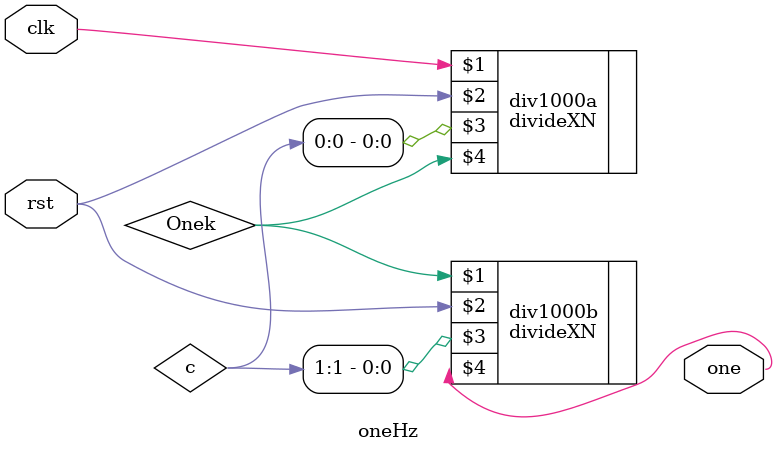
<source format=v>
module oneHz (
input clk, rst,
output one);
wire TenM, OneM, Onek;
wire [1:0]c;
divideXN # (1000, 4'd10) div1000a (clk, rst, c[0], Onek);
divideXN # (1000, 4'd10) div1000b (Onek, rst, c[1], one);

endmodule 
</source>
